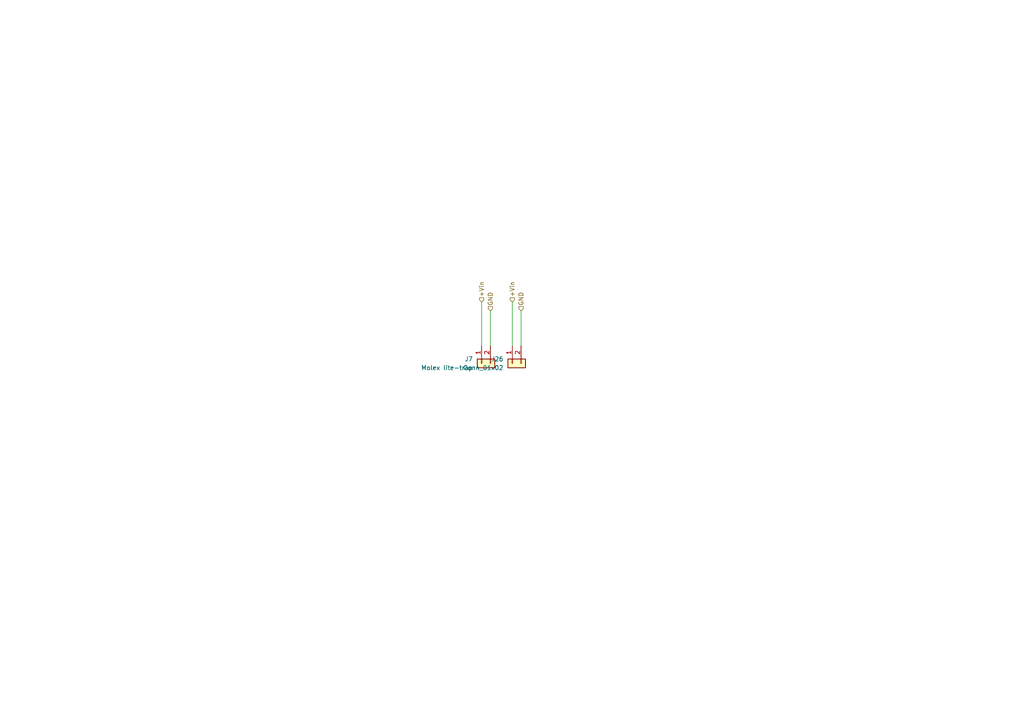
<source format=kicad_sch>
(kicad_sch (version 20250114) (generator "eeschema") (generator_version "9.0")
  (paper "A4")
  (lib_symbols
    (symbol "Connector_Generic:Conn_01x02" (pin_names (offset 1.016) (hide yes))
      (property "Reference" "J" (at 0 2.54 0))
      (property "Value" "Conn_01x02" (at 0 -5.08 0))
      (symbol "Conn_01x02_1_1"
        (rectangle (start -1.27 1.27) (end 1.27 -3.81) (stroke (width 0.254)) (fill (type background)))
        (rectangle (start -1.27 0.127) (end 0 -0.127) (stroke (width 0.1524)))
        (rectangle (start -1.27 -2.413) (end 0 -2.667) (stroke (width 0.1524)))
        (pin passive line (at -5.08 0 0) (length 3.81) (name "Pin_1") (number "1"))
        (pin passive line (at -5.08 -2.54 0) (length 3.81) (name "Pin_2") (number "2"))
      )
    )
  )
  (wire (pts (xy 151.13 90.17) (xy 151.13 100.33)))
  (wire (pts (xy 139.7 87.63) (xy 139.7 100.33)))
  (wire (pts (xy 142.24 90.17) (xy 142.24 100.33)))
  (wire (pts (xy 148.59 87.63) (xy 148.59 100.33)))
  (hierarchical_label "GND" (shape input) (at 151.13 90.17 90))
  (hierarchical_label "+Vin" (shape input) (at 139.7 87.63 90))
  (hierarchical_label "GND" (shape input) (at 142.24 90.17 90))
  (hierarchical_label "+Vin" (shape input) (at 148.59 87.63 90))
  (symbol (lib_id "Connector_Generic:Conn_01x02") (at 148.59 105.41 90) (mirror x) (unit 1)
    (property "Reference" "J26" (at 146.05 104.1399 90) (effects (justify left)))
    (property "Value" "Conn_01x02" (at 146.05 106.6799 90) (effects (justify left)))
    (property "Footprint" "Connector_PinSocket_2.54mm:PinSocket_1x02_P2.54mm_Horizontal" (effects (hide yes)))
    (property "Description" "Generic connector, single row, 01x02, script generated (kicad-library-utils/schlib/autogen/connector/)" (effects (hide yes)))
  )
  (symbol (lib_id "Connector_Generic:Conn_01x02") (at 139.7 105.41 90) (mirror x) (unit 1)
    (property "Reference" "J7" (at 137.16 104.1399 90) (effects (justify left)))
    (property "Value" "Molex lite-trap" (at 137.16 106.6799 90) (effects (justify left)))
    (property "Footprint" "Extras:104238-0210" (effects (hide yes)))
    (property "Description" "Generic connector, single row, 01x02, script generated (kicad-library-utils/schlib/autogen/connector/)" (effects (hide yes)))
  )
)
</source>
